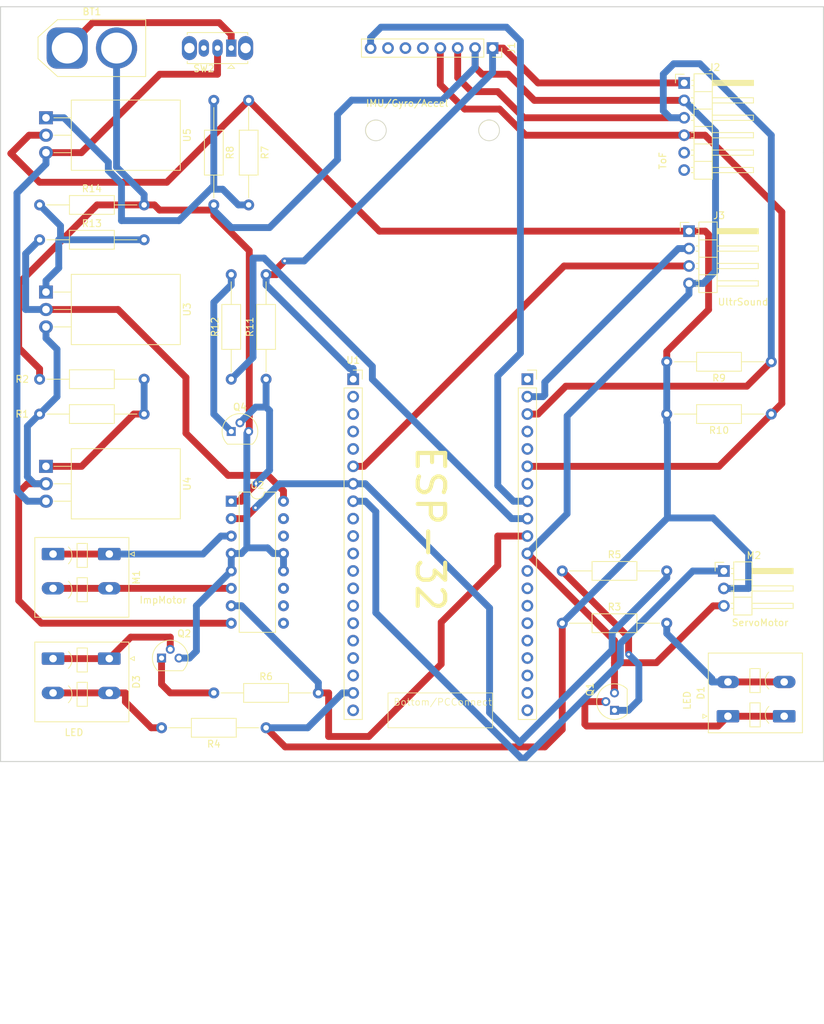
<source format=kicad_pcb>
(kicad_pcb (version 20221018) (generator pcbnew)
  (layers (0 "F.Cu" signal) (31 "B.Cu" signal) (34 "B.Paste" user) (35 "F.Paste" user) (36 "B.SilkS" user "B.Silkscreen") (37 "F.SilkS" user "F.Silkscreen") (38 "B.Mask" user) (39 "F.Mask" user) (44 "Edge.Cuts" user))
  (net 0 "")
  (net 1 "Net-(Q4-C)")
  (net 2 "Net-(U1-32)")
  (net 3 "Net-(M1-+)")
  (net 4 "GND")
  (net 5 "/MotorDrive")
  (net 6 "Net-(M1--)")
  (net 7 "Net-(U1-5)")
  (net 8 "/DriverPower")
  (net 14 "Net-(U3-ADJ)")
  (net 15 "Net-(U4-ADJ)")
  (net 16 "Net-(U5-ADJ)")
  (net 17 "/ESP Power")
  (net 18 "Net-(BT1-+)")
  (net 19 "Net-(D1-K)")
  (net 20 "Net-(D1-A)")
  (net 21 "Net-(D3-K)")
  (net 22 "Net-(D3-A)")
  (net 23 "Net-(J1-VCC)")
  (net 24 "Net-(J1-SCL)")
  (net 25 "Net-(J1-SDA)")
  (net 29 "Net-(J1-INT)")
  (net 32 "Net-(J3-Trig)")
  (net 33 "Net-(J3-Echo)")
  (net 34 "Net-(M2-PWM)")
  (net 35 "Net-(Q1-B)")
  (net 36 "Net-(Q2-B)")
  (net 37 "Net-(Q4-B)")
  (net 38 "Net-(U1-18)")
  (net 39 "Net-(SW2A-B)")
  (footprint "Resistor_THT:R_Axial_DIN0207_L6.3mm_D2.5mm_P15.24mm_Horizontal" (layer "F.Cu") (at 111.76 50.8 -90)
    (fp_text reference "R7" (at 7.62 -2.37 90) (layer "F.SilkS"))
    (fp_text value "39")
    (pad "1" thru_hole circle (at 0 0 270) (size 1.6 1.6) (drill 0.8) (layers "*.Cu" "*.Mask") (net 17 "/ESP Power"))
    (pad "2" thru_hole oval (at 15.24 0 270) (size 1.6 1.6) (drill 0.8) (layers "*.Cu" "*.Mask") (net 16 "Net-(U5-ADJ)"))
  )
  (footprint "Resistor_THT:R_Axial_DIN0207_L6.3mm_D2.5mm_P15.24mm_Horizontal" (layer "F.Cu") (at 81.28 66.04)
    (fp_text reference "R14" (at 7.62 -2.37) (layer "F.SilkS"))
    (fp_text value "510")
    (pad "1" thru_hole circle (at 0 0) (size 1.6 1.6) (drill 0.8) (layers "*.Cu" "*.Mask") (net 14 "Net-(U3-ADJ)"))
    (pad "2" thru_hole oval (at 15.24 0) (size 1.6 1.6) (drill 0.8) (layers "*.Cu" "*.Mask") (net 4 "GND"))
  )
  (footprint "Resistor_THT:R_Axial_DIN0207_L6.3mm_D2.5mm_P15.24mm_Horizontal" (layer "F.Cu") (at 157.48 127)
    (fp_text reference "R3" (at 7.62 -2.37) (layer "F.SilkS"))
    (fp_text value "220")
    (pad "1" thru_hole circle (at 0 0) (size 1.6 1.6) (drill 0.8) (layers "*.Cu" "*.Mask") (net 17 "/ESP Power"))
    (pad "2" thru_hole oval (at 15.24 0) (size 1.6 1.6) (drill 0.8) (layers "*.Cu" "*.Mask") (net 20 "Net-(D1-A)"))
  )
  (footprint "Resistor_THT:R_Axial_DIN0207_L6.3mm_D2.5mm_P15.24mm_Horizontal" (layer "F.Cu") (at 106.68 50.8 -90)
    (fp_text reference "R8" (at 7.62 -2.37 90) (layer "F.SilkS"))
    (fp_text value "120")
    (pad "1" thru_hole circle (at 0 0 270) (size 1.6 1.6) (drill 0.8) (layers "*.Cu" "*.Mask") (net 16 "Net-(U5-ADJ)"))
    (pad "2" thru_hole oval (at 15.24 0 270) (size 1.6 1.6) (drill 0.8) (layers "*.Cu" "*.Mask") (net 4 "GND"))
  )
  (footprint "Resistor_THT:R_Axial_DIN0207_L6.3mm_D2.5mm_P15.24mm_Horizontal" (layer "F.Cu") (at 157.48 119.38)
    (fp_text reference "R5" (at 7.62 -2.37) (layer "F.SilkS"))
    (fp_text value "1k")
    (pad "1" thru_hole circle (at 0 0) (size 1.6 1.6) (drill 0.8) (layers "*.Cu" "*.Mask") (net 35 "Net-(Q1-B)"))
    (pad "2" thru_hole oval (at 15.24 0) (size 1.6 1.6) (drill 0.8) (layers "*.Cu" "*.Mask") (net 2 "Net-(U1-32)"))
  )
  (footprint "Resistor_THT:R_Axial_DIN0207_L6.3mm_D2.5mm_P15.24mm_Horizontal" (layer "F.Cu") (at 81.28 96.52)
    (fp_text reference "R1" (at -2.54 0) (layer "F.SilkS"))
    (fp_text value "390")
    (pad "1" thru_hole circle (at 0 0) (size 1.6 1.6) (drill 0.8) (layers "*.Cu" "*.Mask") (net 5 "/MotorDrive"))
    (pad "2" thru_hole oval (at 15.24 0) (size 1.6 1.6) (drill 0.8) (layers "*.Cu" "*.Mask") (net 15 "Net-(U4-ADJ)"))
  )
  (footprint "Package_DIP:DIP-16_W7.62mm" (layer "F.Cu") (at 109.22 109.22)
    (fp_text reference "U2" (at 3.81 -2.33) (layer "F.SilkS"))
    (fp_text value "L293D")
    (pad "1" thru_hole rect (at 0 0) (size 1.6 1.6) (drill 0.8) (layers "*.Cu" "*.Mask") (net 1 "Net-(Q4-C)"))
    (pad "2" thru_hole oval (at 0 2.54) (size 1.6 1.6) (drill 0.8) (layers "*.Cu" "*.Mask") (net 2 "Net-(U1-32)"))
    (pad "3" thru_hole oval (at 0 5.08) (size 1.6 1.6) (drill 0.8) (layers "*.Cu" "*.Mask") (net 3 "Net-(M1-+)"))
    (pad "4" thru_hole oval (at 0 7.62) (size 1.6 1.6) (drill 0.8) (layers "*.Cu" "*.Mask") (net 4 "GND"))
    (pad "5" thru_hole oval (at 0 10.16) (size 1.6 1.6) (drill 0.8) (layers "*.Cu" "*.Mask") (net 4 "GND"))
    (pad "6" thru_hole oval (at 0 12.7) (size 1.6 1.6) (drill 0.8) (layers "*.Cu" "*.Mask") (net 6 "Net-(M1--)"))
    (pad "7" thru_hole oval (at 0 15.24) (size 1.6 1.6) (drill 0.8) (layers "*.Cu" "*.Mask") (net 7 "Net-(U1-5)"))
    (pad "8" thru_hole oval (at 0 17.78) (size 1.6 1.6) (drill 0.8) (layers "*.Cu" "*.Mask") (net 5 "/MotorDrive"))
    (pad "9" thru_hole oval (at 7.62 17.78) (size 1.6 1.6) (drill 0.8) (layers "*.Cu" "*.Mask"))
    (pad "10" thru_hole oval (at 7.62 15.24) (size 1.6 1.6) (drill 0.8) (layers "*.Cu" "*.Mask"))
    (pad "11" thru_hole oval (at 7.62 12.7) (size 1.6 1.6) (drill 0.8) (layers "*.Cu" "*.Mask"))
    (pad "12" thru_hole oval (at 7.62 10.16) (size 1.6 1.6) (drill 0.8) (layers "*.Cu" "*.Mask") (net 4 "GND"))
    (pad "13" thru_hole oval (at 7.62 7.62) (size 1.6 1.6) (drill 0.8) (layers "*.Cu" "*.Mask") (net 4 "GND"))
    (pad "14" thru_hole oval (at 7.62 5.08) (size 1.6 1.6) (drill 0.8) (layers "*.Cu" "*.Mask"))
    (pad "15" thru_hole oval (at 7.62 2.54) (size 1.6 1.6) (drill 0.8) (layers "*.Cu" "*.Mask"))
    (pad "16" thru_hole oval (at 7.62 0) (size 1.6 1.6) (drill 0.8) (layers "*.Cu" "*.Mask") (net 8 "/DriverPower"))
  )
  (footprint "Resistor_THT:R_Axial_DIN0207_L6.3mm_D2.5mm_P15.24mm_Horizontal" (layer "F.Cu") (at 187.96 96.52 180)
    (fp_text reference "R10" (at 7.62 -2.37) (layer "F.SilkS"))
    (fp_text value "4k7")
    (pad "1" thru_hole circle (at 0 0 180) (size 1.6 1.6) (drill 0.8) (layers "*.Cu" "*.Mask") (net 25 "Net-(J1-SDA)"))
    (pad "2" thru_hole oval (at 15.24 0 180) (size 1.6 1.6) (drill 0.8) (layers "*.Cu" "*.Mask") (net 17 "/ESP Power"))
  )
  (footprint "Resistor_THT:R_Axial_DIN0207_L6.3mm_D2.5mm_P15.24mm_Horizontal" (layer "F.Cu") (at 109.22 91.44 90)
    (fp_text reference "R12" (at 7.62 -2.37 90) (layer "F.SilkS"))
    (fp_text value "100k")
    (pad "1" thru_hole circle (at 0 0 90) (size 1.6 1.6) (drill 0.8) (layers "*.Cu" "*.Mask") (net 38 "Net-(U1-18)"))
    (pad "2" thru_hole oval (at 15.24 0 90) (size 1.6 1.6) (drill 0.8) (layers "*.Cu" "*.Mask") (net 37 "Net-(Q4-B)"))
  )
  (footprint "Package_TO_SOT_THT:TO-92" (layer "F.Cu") (at 109.22 99.06)
    (fp_text reference "Q4" (at 1.27 -3.56) (layer "F.SilkS"))
    (fp_text value "C945")
    (pad "1" thru_hole rect (at 0 0) (size 1.3 1.3) (drill 0.75) (layers "*.Cu" "*.Mask") (net 37 "Net-(Q4-B)"))
    (pad "2" thru_hole circle (at 1.27 -1.27) (size 1.3 1.3) (drill 0.75) (layers "*.Cu" "*.Mask") (net 1 "Net-(Q4-C)"))
    (pad "3" thru_hole circle (at 2.54 0) (size 1.3 1.3) (drill 0.75) (layers "*.Cu" "*.Mask") (net 4 "GND"))
  )
  (footprint "Package_TO_SOT_THT:TO-220-3_Horizontal_TabDown" (layer "F.Cu") (at 82.21 104.14 -90)
    (fp_text reference "U4" (at 2.54 -20.58 90) (layer "F.SilkS"))
    (fp_text value "LM350_TO220")
    (pad "" np_thru_hole oval (at 2.54 -16.66 270) (size 3.5 3.5) (drill 3.5) (layers "*.Cu" "*.Mask"))
    (pad "1" thru_hole rect (at 0 0 270) (size 1.905 2) (drill 1.1) (layers "*.Cu" "*.Mask") (net 15 "Net-(U4-ADJ)"))
    (pad "2" thru_hole oval (at 2.54 0 270) (size 1.905 2) (drill 1.1) (layers "*.Cu" "*.Mask") (net 5 "/MotorDrive"))
    (pad "3" thru_hole oval (at 5.08 0 270) (size 1.905 2) (drill 1.1) (layers "*.Cu" "*.Mask") (net 39 "Net-(SW2A-B)"))
  )
  (footprint "Connector_Phoenix_SPT:PhoenixContact_SPT_2.5_2-V-5.0-EX_1x02_P5.0mm_Vertical" (layer "F.Cu") (at 91.44 116.92 -90)
    (fp_text reference "M1" (at 3.4 -3.95 90) (layer "F.SilkS"))
    (fp_text value "Motor_DC")
    (pad "1" thru_hole roundrect (at 0 0 270) (size 1.8 3.3) (drill 1.1) (layers "*.Cu" "*.Mask") (roundrect_rratio 0.1388888889) (net 3 "Net-(M1-+)"))
    (pad "1" thru_hole roundrect (at 0 8.2 270) (size 1.8 3.3) (drill 1.1) (layers "*.Cu" "*.Mask") (roundrect_rratio 0.1388888889) (net 3 "Net-(M1-+)"))
    (pad "2" thru_hole oval (at 5 0 270) (size 1.8 3.3) (drill 1.1) (layers "*.Cu" "*.Mask") (net 6 "Net-(M1--)"))
    (pad "2" thru_hole oval (at 5 8.2 270) (size 1.8 3.3) (drill 1.1) (layers "*.Cu" "*.Mask") (net 6 "Net-(M1--)"))
  )
  (footprint "Resistor_THT:R_Axial_DIN0207_L6.3mm_D2.5mm_P15.24mm_Horizontal" (layer "F.Cu") (at 81.28 71.12)
    (fp_text reference "R13" (at 7.62 -2.37) (layer "F.SilkS"))
    (fp_text value "120")
    (pad "1" thru_hole circle (at 0 0) (size 1.6 1.6) (drill 0.8) (layers "*.Cu" "*.Mask") (net 8 "/DriverPower"))
    (pad "2" thru_hole oval (at 15.24 0) (size 1.6 1.6) (drill 0.8) (layers "*.Cu" "*.Mask") (net 14 "Net-(U3-ADJ)"))
  )
  (footprint "Connector_PinHeader_2.54mm:PinHeader_1x04_P2.54mm_Horizontal" (layer "F.Cu") (at 175.965 69.86)
    (fp_text reference "J3" (at 4.385 -2.27) (layer "F.SilkS"))
    (fp_text value "Conn_HC_SR04")
    (pad "1" thru_hole rect (at 0 0) (size 1.7 1.7) (drill 1) (layers "*.Cu" "*.Mask") (net 17 "/ESP Power"))
    (pad "2" thru_hole oval (at 0 2.54) (size 1.7 1.7) (drill 1) (layers "*.Cu" "*.Mask") (net 32 "Net-(J3-Trig)"))
    (pad "3" thru_hole oval (at 0 5.08) (size 1.7 1.7) (drill 1) (layers "*.Cu" "*.Mask") (net 33 "Net-(J3-Echo)"))
    (pad "4" thru_hole oval (at 0 7.62) (size 1.7 1.7) (drill 1) (layers "*.Cu" "*.Mask") (net 4 "GND"))
  )
  (footprint "Resistor_THT:R_Axial_DIN0207_L6.3mm_D2.5mm_P15.24mm_Horizontal" (layer "F.Cu") (at 96.52 91.44 180)
    (fp_text reference "R2" (at 17.78 0) (layer "F.SilkS"))
    (fp_text value "3k")
    (pad "1" thru_hole circle (at 0 0 180) (size 1.6 1.6) (drill 0.8) (layers "*.Cu" "*.Mask") (net 15 "Net-(U4-ADJ)"))
    (pad "2" thru_hole oval (at 15.24 0 180) (size 1.6 1.6) (drill 0.8) (layers "*.Cu" "*.Mask") (net 4 "GND"))
  )
  (footprint "Package_TO_SOT_THT:TO-220-3_Horizontal_TabDown" (layer "F.Cu") (at 82.21 78.74 -90)
    (fp_text reference "U3" (at 2.54 -20.58 90) (layer "F.SilkS"))
    (fp_text value "LM350_TO220")
    (pad "" np_thru_hole oval (at 2.54 -16.66 270) (size 3.5 3.5) (drill 3.5) (layers "*.Cu" "*.Mask"))
    (pad "1" thru_hole rect (at 0 0 270) (size 1.905 2) (drill 1.1) (layers "*.Cu" "*.Mask") (net 14 "Net-(U3-ADJ)"))
    (pad "2" thru_hole oval (at 2.54 0 270) (size 1.905 2) (drill 1.1) (layers "*.Cu" "*.Mask") (net 8 "/DriverPower"))
    (pad "3" thru_hole oval (at 5.08 0 270) (size 1.905 2) (drill 1.1) (layers "*.Cu" "*.Mask") (net 5 "/MotorDrive"))
  )
  (footprint "Package_TO_SOT_THT:TO-92" (layer "F.Cu") (at 165.1 139.7 90)
    (fp_text reference "Q1" (at 3.048 -3.56 90) (layer "F.SilkS"))
    (fp_text value "C945")
    (pad "1" thru_hole rect (at 0 0 90) (size 1.3 1.3) (drill 0.75) (layers "*.Cu" "*.Mask") (net 35 "Net-(Q1-B)"))
    (pad "2" thru_hole circle (at 1.27 -1.27 90) (size 1.3 1.3) (drill 0.75) (layers "*.Cu" "*.Mask") (net 19 "Net-(D1-K)"))
    (pad "3" thru_hole circle (at 2.54 0 90) (size 1.3 1.3) (drill 0.75) (layers "*.Cu" "*.Mask") (net 4 "GND"))
  )
  (footprint "Package_TO_SOT_THT:TO-220-3_Horizontal_TabDown" (layer "F.Cu") (at 82.21 53.34 -90)
    (fp_text reference "U5" (at 2.54 -20.58 90) (layer "F.SilkS"))
    (fp_text value "LM317_TO-220")
    (pad "" np_thru_hole oval (at 2.54 -16.66 270) (size 3.5 3.5) (drill 3.5) (layers "*.Cu" "*.Mask"))
    (pad "1" thru_hole rect (at 0 0 270) (size 1.905 2) (drill 1.1) (layers "*.Cu" "*.Mask") (net 16 "Net-(U5-ADJ)"))
    (pad "2" thru_hole oval (at 2.54 0 270) (size 1.905 2) (drill 1.1) (layers "*.Cu" "*.Mask") (net 17 "/ESP Power"))
    (pad "3" thru_hole oval (at 5.08 0 270) (size 1.905 2) (drill 1.1) (layers "*.Cu" "*.Mask") (net 39 "Net-(SW2A-B)"))
  )
  (footprint "Connector_AMASS:AMASS_XT60-M_1x02_P7.20mm_Vertical" (layer "F.Cu") (at 85.3 43.18)
    (fp_text reference "BT1" (at 3.6 -5.3 180) (layer "F.SilkS"))
    (fp_text value "Battery_Cell")
    (pad "1" thru_hole roundrect (at 0 0) (size 6 6) (drill 4.5) (layers "*.Cu" "*.Mask") (net 18 "Net-(BT1-+)"))
    (pad "2" thru_hole circle (at 7.2 0) (size 6 6) (drill 4.5) (layers "*.Cu" "*.Mask") (net 4 "GND"))
  )
  (footprint "MyESPConnector:MyESPConnector" (layer "F.Cu") (at 127 91.44)
    (fp_text reference "U1" (at 0 -2.77) (layer "F.SilkS"))
    (fp_text value "Freenove-SP32-WROVER")
    (pad "1" thru_hole oval (at 25.4 48.26) (size 1.7 1.7) (drill 1) (layers "*.Cu" "*.Mask"))
    (pad "2" thru_hole rect (at 0 0) (size 1.7 1.7) (drill 1) (layers "*.Cu" "*.Mask") (net 23 "Net-(J1-VCC)"))
    (pad "3" thru_hole oval (at 0 5.08) (size 1.7 1.7) (drill 1) (layers "*.Cu" "*.Mask"))
    (pad "4" thru_hole oval (at 0 7.62) (size 1.7 1.7) (drill 1) (layers "*.Cu" "*.Mask"))
    (pad "5" thru_hole oval (at 0 10.16) (size 1.7 1.7) (drill 1) (layers "*.Cu" "*.Mask"))
    (pad "6" thru_hole oval (at 0 12.7) (size 1.7 1.7) (drill 1) (layers "*.Cu" "*.Mask") (net 33 "Net-(J3-Echo)"))
    (pad "7" thru_hole oval (at 0 15.24) (size 1.7 1.7) (drill 1) (layers "*.Cu" "*.Mask") (net 2 "Net-(U1-32)"))
    (pad "8" thru_hole oval (at 0 17.78) (size 1.7 1.7) (drill 1) (layers "*.Cu" "*.Mask") (net 34 "Net-(M2-PWM)"))
    (pad "9" thru_hole oval (at 0 20.32) (size 1.7 1.7) (drill 1) (layers "*.Cu" "*.Mask"))
    (pad "10" thru_hole oval (at 0 22.86) (size 1.7 1.7) (drill 1) (layers "*.Cu" "*.Mask"))
    (pad "11" thru_hole oval (at 0 25.4) (size 1.7 1.7) (drill 1) (layers "*.Cu" "*.Mask"))
    (pad "12" thru_hole oval (at 0 27.94) (size 1.7 1.7) (drill 1) (layers "*.Cu" "*.Mask"))
    (pad "13" thru_hole oval (at 0 30.48) (size 1.7 1.7) (drill 1) (layers "*.Cu" "*.Mask"))
    (pad "14" thru_hole oval (at 0 33.02) (size 1.7 1.7) (drill 1) (layers "*.Cu" "*.Mask"))
    (pad "15" thru_hole oval (at 0 35.56) (size 1.7 1.7) (drill 1) (layers "*.Cu" "*.Mask"))
    (pad "16" thru_hole oval (at 0 38.1) (size 1.7 1.7) (drill 1) (layers "*.Cu" "*.Mask"))
    (pad "17" thru_hole oval (at 0 40.64) (size 1.7 1.7) (drill 1) (layers "*.Cu" "*.Mask"))
    (pad "18" thru_hole oval (at 0 43.18) (size 1.7 1.7) (drill 1) (layers "*.Cu" "*.Mask"))
    (pad "19" thru_hole oval (at 0 45.72) (size 1.7 1.7) (drill 1) (layers "*.Cu" "*.Mask") (net 17 "/ESP Power"))
    (pad "20" thru_hole oval (at 0 48.26) (size 1.7 1.7) (drill 1) (layers "*.Cu" "*.Mask"))
    (pad "21" thru_hole oval (at 25.4 45.72) (size 1.7 1.7) (drill 1) (layers "*.Cu" "*.Mask"))
    (pad "22" thru_hole oval (at 25.4 43.18) (size 1.7 1.7) (drill 1) (layers "*.Cu" "*.Mask"))
    (pad "23" thru_hole oval (at 25.4 40.64) (size 1.7 1.7) (drill 1) (layers "*.Cu" "*.Mask"))
    (pad "24" thru_hole oval (at 25.4 38.1) (size 1.7 1.7) (drill 1) (layers "*.Cu" "*.Mask"))
    (pad "25" thru_hole oval (at 25.4 35.56) (size 1.7 1.7) (drill 1) (layers "*.Cu" "*.Mask"))
    (pad "26" thru_hole oval (at 25.4 33.02) (size 1.7 1.7) (drill 1) (layers "*.Cu" "*.Mask"))
    (pad "27" thru_hole oval (at 25.4 30.48) (size 1.7 1.7) (drill 1) (layers "*.Cu" "*.Mask"))
    (pad "28" thru_hole oval (at 25.4 27.94) (size 1.7 1.7) (drill 1) (layers "*.Cu" "*.Mask"))
    (pad "29" thru_hole oval (at 25.4 25.4) (size 1.7 1.7) (drill 1) (layers "*.Cu" "*.Mask") (net 4 "GND"))
    (pad "30" thru_hole oval (at 25.4 22.86) (size 1.7 1.7) (drill 1) (layers "*.Cu" "*.Mask") (net 7 "Net-(U1-5)"))
    (pad "31" thru_hole oval (at 25.4 20.32) (size 1.7 1.7) (drill 1) (layers "*.Cu" "*.Mask") (net 38 "Net-(U1-18)"))
    (pad "32" thru_hole oval (at 25.4 17.78) (size 1.7 1.7) (drill 1) (layers "*.Cu" "*.Mask") (net 29 "Net-(J1-INT)"))
    (pad "33" thru_hole oval (at 25.4 15.24) (size 1.7 1.7) (drill 1) (layers "*.Cu" "*.Mask"))
    (pad "34" thru_hole oval (at 25.4 12.7) (size 1.7 1.7) (drill 1) (layers "*.Cu" "*.Mask") (net 25 "Net-(J1-SDA)"))
    (pad "35" thru_hole oval (at 25.4 10.16) (size 1.7 1.7) (drill 1) (layers "*.Cu" "*.Mask"))
    (pad "36" thru_hole oval (at 25.4 7.62) (size 1.7 1.7) (drill 1) (layers "*.Cu" "*.Mask"))
    (pad "37" thru_hole oval (at 25.4 5.08) (size 1.7 1.7) (drill 1) (layers "*.Cu" "*.Mask") (net 24 "Net-(J1-SCL)"))
    (pad "38" thru_hole oval (at 25.4 2.54) (size 1.7 1.7) (drill 1) (layers "*.Cu" "*.Mask") (net 32 "Net-(J3-Trig)"))
    (pad "39" thru_hole rect (at 25.4 0) (size 1.7 1.7) (drill 1) (layers "*.Cu" "*.Mask"))
    (pad "40" thru_hole oval (at 0 2.54) (size 1.7 1.7) (drill 1) (layers "*.Cu" "*.Mask"))
  )
  (footprint "Connector_Phoenix_SPT:PhoenixContact_SPT_2.5_2-V-5.0-EX_1x02_P5.0mm_Vertical" (layer "F.Cu") (at 91.44 132.16 -90)
    (fp_text reference "D3" (at 3.4 -3.95 90) (layer "F.SilkS"))
    (fp_text value "LED")
    (pad "1" thru_hole roundrect (at 0 0 270) (size 1.8 3.3) (drill 1.1) (layers "*.Cu" "*.Mask") (roundrect_rratio 0.1388888889) (net 21 "Net-(D3-K)"))
    (pad "1" thru_hole roundrect (at 0 8.2 270) (size 1.8 3.3) (drill 1.1) (layers "*.Cu" "*.Mask") (roundrect_rratio 0.1388888889) (net 21 "Net-(D3-K)"))
    (pad "2" thru_hole oval (at 5 0 270) (size 1.8 3.3) (drill 1.1) (layers "*.Cu" "*.Mask") (net 22 "Net-(D3-A)"))
    (pad "2" thru_hole oval (at 5 8.2 270) (size 1.8 3.3) (drill 1.1) (layers "*.Cu" "*.Mask") (net 22 "Net-(D3-A)"))
  )
  (footprint "Button_Switch_THT:SW_Slide_1P2T_CK_OS102011MS2Q" (layer "F.Cu") (at 109.22 43.18 180)
    (fp_text reference "SW2" (at 3.99 -2.99) (layer "F.SilkS"))
    (fp_text value "SW_DPDT_x2")
    (pad "" thru_hole oval (at -2.1 0 180) (size 2.2 3.5) (drill 1.5) (layers "*.Cu" "*.Mask"))
    (pad "" thru_hole oval (at 6.1 0 180) (size 2.2 3.5) (drill 1.5) (layers "*.Cu" "*.Mask"))
    (pad "1" thru_hole rect (at 0 0 180) (size 1.5 2.5) (drill 0.8) (layers "*.Cu" "*.Mask") (net 18 "Net-(BT1-+)"))
    (pad "2" thru_hole oval (at 2 0 180) (size 1.5 2.5) (drill 0.8) (layers "*.Cu" "*.Mask") (net 39 "Net-(SW2A-B)"))
    (pad "3" thru_hole oval (at 4 0 180) (size 1.5 2.5) (drill 0.8) (layers "*.Cu" "*.Mask"))
  )
  (footprint "Connector_PinHeader_2.54mm:PinHeader_1x03_P2.54mm_Horizontal" (layer "F.Cu") (at 181.045 119.395)
    (fp_text reference "M2" (at 4.385 -2.27) (layer "F.SilkS"))
    (fp_text value "Motor_Servo")
    (pad "1" thru_hole rect (at 0 0) (size 1.7 1.7) (drill 1) (layers "*.Cu" "*.Mask") (net 34 "Net-(M2-PWM)"))
    (pad "2" thru_hole oval (at 0 2.54) (size 1.7 1.7) (drill 1) (layers "*.Cu" "*.Mask") (net 17 "/ESP Power"))
    (pad "3" thru_hole oval (at 0 5.08) (size 1.7 1.7) (drill 1) (layers "*.Cu" "*.Mask") (net 4 "GND"))
  )
  (footprint "MyESPConnector:GY-521" (layer "F.Cu") (at 147.32 43.18 -90)
    (fp_text reference "J1" (at 0 -2.77 90) (layer "F.SilkS"))
    (fp_text value "Connector_GY_521")
    (pad "1" thru_hole rect (at 0 0 270) (size 1.7 1.7) (drill 1) (layers "*.Cu" "*.Mask") (net 23 "Net-(J1-VCC)"))
    (pad "2" thru_hole oval (at 0 2.54 270) (size 1.7 1.7) (drill 1) (layers "*.Cu" "*.Mask") (net 4 "GND"))
    (pad "3" thru_hole oval (at 0 5.08 270) (size 1.7 1.7) (drill 1) (layers "*.Cu" "*.Mask") (net 24 "Net-(J1-SCL)"))
    (pad "4" thru_hole oval (at 0 7.62 270) (size 1.7 1.7) (drill 1) (layers "*.Cu" "*.Mask") (net 25 "Net-(J1-SDA)"))
    (pad "5" thru_hole oval (at 0 10.16 270) (size 1.7 1.7) (drill 1) (layers "*.Cu" "*.Mask"))
    (pad "6" thru_hole oval (at 0 12.7 270) (size 1.7 1.7) (drill 1) (layers "*.Cu" "*.Mask"))
    (pad "7" thru_hole oval (at 0 15.24 270) (size 1.7 1.7) (drill 1) (layers "*.Cu" "*.Mask"))
    (pad "8" thru_hole oval (at 0 17.78 270) (size 1.7 1.7) (drill 1) (layers "*.Cu" "*.Mask") (net 29 "Net-(J1-INT)"))
  )
  (footprint "Resistor_THT:R_Axial_DIN0207_L6.3mm_D2.5mm_P15.24mm_Horizontal" (layer "F.Cu") (at 114.3 91.44 90)
    (fp_text reference "R11" (at 7.62 -2.37 90) (layer "F.SilkS"))
    (fp_text value "3k")
    (pad "1" thru_hole circle (at 0 0 90) (size 1.6 1.6) (drill 0.8) (layers "*.Cu" "*.Mask") (net 1 "Net-(Q4-C)"))
    (pad "2" thru_hole oval (at 15.24 0 90) (size 1.6 1.6) (drill 0.8) (layers "*.Cu" "*.Mask") (net 23 "Net-(J1-VCC)"))
  )
  (footprint "Resistor_THT:R_Axial_DIN0207_L6.3mm_D2.5mm_P15.24mm_Horizontal" (layer "F.Cu") (at 114.3 142.24 180)
    (fp_text reference "R4" (at 7.62 -2.37) (layer "F.SilkS"))
    (fp_text value "220")
    (pad "1" thru_hole circle (at 0 0 180) (size 1.6 1.6) (drill 0.8) (layers "*.Cu" "*.Mask") (net 17 "/ESP Power"))
    (pad "2" thru_hole oval (at 15.24 0 180) (size 1.6 1.6) (drill 0.8) (layers "*.Cu" "*.Mask") (net 22 "Net-(D3-A)"))
  )
  (footprint "Package_TO_SOT_THT:TO-92" (layer "F.Cu") (at 99.06 132.08)
    (fp_text reference "Q2" (at 3.302 -3.556) (layer "F.SilkS"))
    (fp_text value "C945")
    (pad "1" thru_hole rect (at 0 0) (size 1.3 1.3) (drill 0.75) (layers "*.Cu" "*.Mask") (net 36 "Net-(Q2-B)"))
    (pad "2" thru_hole circle (at 1.27 -1.27) (size 1.3 1.3) (drill 0.75) (layers "*.Cu" "*.Mask") (net 21 "Net-(D3-K)"))
    (pad "3" thru_hole circle (at 2.54 0) (size 1.3 1.3) (drill 0.75) (layers "*.Cu" "*.Mask") (net 4 "GND"))
  )
  (footprint "Resistor_THT:R_Axial_DIN0207_L6.3mm_D2.5mm_P15.24mm_Horizontal" (layer "F.Cu") (at 187.96 88.9 180)
    (fp_text reference "R9" (at 7.62 -2.37) (layer "F.SilkS"))
    (fp_text value "4k7")
    (pad "1" thru_hole circle (at 0 0 180) (size 1.6 1.6) (drill 0.8) (layers "*.Cu" "*.Mask") (net 24 "Net-(J1-SCL)"))
    (pad "2" thru_hole oval (at 15.24 0 180) (size 1.6 1.6) (drill 0.8) (layers "*.Cu" "*.Mask") (net 17 "/ESP Power"))
  )
  (footprint "Connector_Phoenix_SPT:PhoenixContact_SPT_2.5_2-V-5.0-EX_1x02_P5.0mm_Vertical" (layer "F.Cu") (at 181.6425 140.56 90)
    (fp_text reference "D1" (at 3.4 -3.95 90) (layer "F.SilkS"))
    (fp_text value "LED")
    (pad "1" thru_hole roundrect (at 0 0 90) (size 1.8 3.3) (drill 1.1) (layers "*.Cu" "*.Mask") (roundrect_rratio 0.1388888889) (net 19 "Net-(D1-K)"))
    (pad "1" thru_hole roundrect (at 0 8.2 90) (size 1.8 3.3) (drill 1.1) (layers "*.Cu" "*.Mask") (roundrect_rratio 0.1388888889) (net 19 "Net-(D1-K)"))
    (pad "2" thru_hole oval (at 5 0 90) (size 1.8 3.3) (drill 1.1) (layers "*.Cu" "*.Mask") (net 20 "Net-(D1-A)"))
    (pad "2" thru_hole oval (at 5 8.2 90) (size 1.8 3.3) (drill 1.1) (layers "*.Cu" "*.Mask") (net 20 "Net-(D1-A)"))
  )
  (footprint "Resistor_THT:R_Axial_DIN0207_L6.3mm_D2.5mm_P15.24mm_Horizontal" (layer "F.Cu") (at 106.68 137.16)
    (fp_text reference "R6" (at 7.62 -2.37) (layer "F.SilkS"))
    (fp_text value "1k")
    (pad "1" thru_hole circle (at 0 0) (size 1.6 1.6) (drill 0.8) (layers "*.Cu" "*.Mask") (net 36 "Net-(Q2-B)"))
    (pad "2" thru_hole oval (at 15.24 0) (size 1.6 1.6) (drill 0.8) (layers "*.Cu" "*.Mask") (net 7 "Net-(U1-5)"))
  )
  (footprint "Connector_PinHeader_2.54mm:PinHeader_1x06_P2.54mm_Horizontal" (layer "F.Cu") (at 175.26 48.26)
    (fp_text reference "J2" (at 4.385 -2.27) (layer "F.SilkS"))
    (fp_text value "Conn_VL53L0/1xV2")
    (pad "1" thru_hole rect (at 0 0) (size 1.7 1.7) (drill 1) (layers "*.Cu" "*.Mask") (net 23 "Net-(J1-VCC)"))
    (pad "2" thru_hole oval (at 0 2.54) (size 1.7 1.7) (drill 1) (layers "*.Cu" "*.Mask") (net 4 "GND"))
    (pad "3" thru_hole oval (at 0 5.08) (size 1.7 1.7) (drill 1) (layers "*.Cu" "*.Mask") (net 24 "Net-(J1-SCL)"))
    (pad "4" thru_hole oval (at 0 7.62) (size 1.7 1.7) (drill 1) (layers "*.Cu" "*.Mask") (net 25 "Net-(J1-SDA)"))
    (pad "5" thru_hole oval (at 0 10.16) (size 1.7 1.7) (drill 1) (layers "*.Cu" "*.Mask"))
    (pad "6" thru_hole oval (at 0 12.7) (size 1.7 1.7) (drill 1) (layers "*.Cu" "*.Mask"))
  )
  (gr_line (start 195.58 37.16) (end 75.58 37.16) (stroke (width 0.15)) (layer "Edge.Cuts"))
  (gr_line (start 195.58 58.42) (end 195.58 147.16) (stroke (width 0.15)) (layer "Edge.Cuts"))
  (gr_line (start 195.58 58.42) (end 195.58 37.16) (stroke (width 0.15)) (layer "Edge.Cuts"))
  (gr_circle (center 146.812 55.168) (end 148.336 55.168) (stroke (width 0.1)) (fill none) (layer "Edge.Cuts"))
  (gr_line (start 75.58 37.16) (end 75.58 147.16) (stroke (width 0.15)) (layer "Edge.Cuts"))
  (gr_line (start 195.58 147.16) (end 75.58 147.16) (stroke (width 0.15)) (layer "Edge.Cuts"))
  (gr_circle (center 130.302 55.168) (end 131.826 55.168) (stroke (width 0.1)) (fill none) (layer "Edge.Cuts"))
  (gr_text "LED" (at 176.276 139.7 90) (layer "F.SilkS") (effects (font (size 1 1)) (justify left bottom)))
  (gr_text "ServoMotor" (at 182.118 127.508) (layer "F.SilkS") (effects (font (size 1 1)) (justify left bottom)))
  (gr_text "ESP-32" (at 135.89 100.838 -90) (layer "F.SilkS") (effects (font (size 4 4) (thickness 0.6)) (justify left bottom)))
  (gr_text "UltrSound" (at 180.086 80.772) (layer "F.SilkS") (effects (font (size 1 1)) (justify left bottom)))
  (gr_text "IMU/Gyro/Accel" (at 128.778 51.816) (layer "F.SilkS") (effects (font (size 1 1)) (justify left bottom)))
  (gr_text "ToF" (at 172.72 60.96 90) (layer "F.SilkS") (effects (font (size 1 1)) (justify left bottom)))
  (gr_text "LED" (at 84.836 143.51) (layer "F.SilkS") (effects (font (size 1 1)) (justify left bottom)))
  (gr_text "ImpMotor" (at 95.758 124.206) (layer "F.SilkS") (effects (font (size 1 1)) (justify left bottom)))
  (segment (start 109.22 109.22) (end 110.7203 109.22) (width 1) (layer "F.Cu") (net 1))
  (segment (start 112.844 106.6555) (end 110.7203 108.7792) (width 1) (layer "F.Cu") (net 1))
  (segment (start 110.7203 108.7792) (end 110.7203 109.22) (width 1) (layer "F.Cu") (net 1))
  (via (at 112.844 106.6555) (size 0.8) (drill 0.4) (layers "F.Cu" "B.Cu") (net 1))
  (segment (start 114.808 96.012) (end 114.3 95.504) (width 1) (layer "B.Cu") (net 1))
  (segment (start 114.808 104.6915) (end 114.808 96.012) (width 1) (layer "B.Cu") (net 1))
  (segment (start 114.3 91.44) (end 114.3 95.504) (width 1) (layer "B.Cu") (net 1))
  (segment (start 112.776 95.504) (end 110.49 97.79) (width 1) (layer "B.Cu") (net 1))
  (segment (start 112.844 106.6555) (end 114.808 104.6915) (width 1) (layer "B.Cu") (net 1))
  (segment (start 114.3 95.504) (end 112.776 95.504) (width 1) (layer "B.Cu") (net 1))
  (segment (start 109.22 111.76) (end 111.1692 111.76) (width 1) (layer "F.Cu") (net 2))
  (segment (start 111.1692 111.76) (end 112.7494 110.1798) (width 1) (layer "F.Cu") (net 2))
  (via (at 112.7494 110.1798) (size 0.8) (drill 0.4) (layers "F.Cu" "B.Cu") (net 2))
  (segment (start 151.257 144.399) (end 164.7578 130.8982) (width 1) (layer "B.Cu") (net 2))
  (segment (start 127 106.68) (end 128.778 106.68) (width 1) (layer "B.Cu") (net 2))
  (segment (start 146.8851 124.7871) (end 146.8851 140.0271) (width 1) (layer "B.Cu") (net 2))
  (segment (start 172.72 120.396) (end 172.72 119.38) (width 1) (layer "B.Cu") (net 2))
  (segment (start 164.7578 128.3582) (end 172.72 120.396) (width 1) (layer "B.Cu") (net 2))
  (segment (start 164.7578 130.8982) (end 164.7578 128.3582) (width 1) (layer "B.Cu") (net 2))
  (segment (start 116.2492 106.68) (end 127 106.68) (width 1) (layer "B.Cu") (net 2))
  (segment (start 112.7494 110.1798) (end 116.2492 106.68) (width 1) (layer "B.Cu") (net 2))
  (segment (start 128.778 106.68) (end 146.8851 124.7871) (width 1) (layer "B.Cu") (net 2))
  (segment (start 146.8851 140.0271) (end 151.257 144.399) (width 1) (layer "B.Cu") (net 2))
  (segment (start 83.24 116.92) (end 91.44 116.92) (width 1) (layer "F.Cu") (net 3))
  (segment (start 105.0997 116.92) (end 107.7197 114.3) (width 1) (layer "B.Cu") (net 3))
  (segment (start 109.22 114.3) (end 107.7197 114.3) (width 1) (layer "B.Cu") (net 3))
  (segment (start 91.44 116.92) (end 105.0997 116.92) (width 1) (layer "B.Cu") (net 3))
  (segment (start 111.8459 98.9741) (end 111.76 99.06) (width 1) (layer "F.Cu") (net 4))
  (segment (start 171.2065 132.7632) (end 165.1 132.7632) (width 1) (layer "F.Cu") (net 4))
  (segment (start 81.28 89.9397) (end 81.28 91.44) (width 1) (layer "F.Cu") (net 4))
  (segment (start 106.68 67.5403) (end 111.8459 72.7062) (width 1) (layer "F.Cu") (net 4))
  (segment (start 89.662 66.04) (end 78.232 77.47) (width 1) (layer "F.Cu") (net 4))
  (segment (start 106.68 66.7901) (end 106.68 67.5403) (width 1) (layer "F.Cu") (net 4))
  (segment (start 78.232 86.8917) (end 81.28 89.9397) (width 1) (layer "F.Cu") (net 4))
  (segment (start 179.4947 124.475) (end 171.2065 132.7632) (width 1) (layer "F.Cu") (net 4))
  (segment (start 144.78 45.974) (end 144.78 43.18) (width 1) (layer "F.Cu") (net 4))
  (segment (start 165.1 129.54) (end 165.1 132.7632) (width 1) (layer "F.Cu") (net 4))
  (segment (start 96.52 66.04) (end 98.0203 66.04) (width 1) (layer "F.Cu") (net 4))
  (segment (start 149.606 46.99) (end 145.796 46.99) (width 1) (layer "F.Cu") (net 4))
  (segment (start 152.4 116.84) (end 165.1 129.54) (width 1) (layer "F.Cu") (net 4))
  (segment (start 98.7704 66.7901) (end 98.0203 66.04) (width 1) (layer "F.Cu") (net 4))
  (segment (start 153.416 50.8) (end 149.606 46.99) (width 1) (layer "F.Cu") (net 4))
  (segment (start 165.1 132.7632) (end 165.1 137.16) (width 1) (layer "F.Cu") (net 4))
  (segment (start 78.232 77.47) (end 78.232 86.8917) (width 1) (layer "F.Cu") (net 4))
  (segment (start 96.52 66.04) (end 89.662 66.04) (width 1) (layer "F.Cu") (net 4))
  (segment (start 106.68 66.04) (end 106.68 66.7901) (width 1) (layer "F.Cu") (net 4))
  (segment (start 111.8459 72.7062) (end 111.8459 98.9741) (width 1) (layer "F.Cu") (net 4))
  (segment (start 181.045 124.475) (end 179.4947 124.475) (width 1) (layer "F.Cu") (net 4))
  (segment (start 145.796 46.99) (end 144.78 45.974) (width 1) (layer "F.Cu") (net 4))
  (segment (start 175.26 50.8) (end 153.416 50.8) (width 1) (layer "F.Cu") (net 4))
  (segment (start 106.68 66.7901) (end 98.7704 66.7901) (width 1) (layer "F.Cu") (net 4))
  (segment (start 144.78 45.974) (end 139.9868 50.7672) (width 1) (layer "B.Cu") (net 4))
  (segment (start 158.1896 111.0504) (end 152.4 116.84) (width 1) (layer "B.Cu") (net 4))
  (segment (start 144.78 43.18) (end 144.78 45.974) (width 1) (layer "B.Cu") (net 4))
  (segment (start 175.965 77.48) (end 175.965 79.0303) (width 1) (layer "B.Cu") (net 4))
  (segment (start 103.124 132.08) (end 104.14 131.064) (width 1) (layer "B.Cu") (net 4))
  (segment (start 110.7203 116.84) (end 110.7203 116.7971) (width 1) (layer "B.Cu") (net 4))
  (segment (start 178.044 77.48) (end 175.965 77.48) (width 1) (layer "B.Cu") (net 4))
  (segment (start 139.9868 50.7672) (end 126.7788 50.7672) (width 1) (layer "B.Cu") (net 4))
  (segment (start 126.7788 50.7672) (end 124.714 52.832) (width 1) (layer "B.Cu") (net 4))
  (segment (start 175.965 79.0303) (end 158.1896 96.8057) (width 1) (layer "B.Cu") (net 4))
  (segment (start 109.22 116.84) (end 110.7203 116.84) (width 1) (layer "B.Cu") (net 4))
  (segment (start 111.76 99.06) (end 111.4974 99.3226) (width 1) (layer "B.Cu") (net 4))
  (segment (start 101.6 132.08) (end 103.124 132.08) (width 1) (layer "B.Cu") (net 4))
  (segment (start 179.832 55.372) (end 179.832 75.692) (width 1) (layer "B.Cu") (net 4))
  (segment (start 116.84 119.38) (end 116.84 116.84) (width 1) (layer "B.Cu") (net 4))
  (segment (start 104.14 124.46) (end 109.22 119.38) (width 1) (layer "B.Cu") (net 4))
  (segment (start 175.26 50.8) (end 179.832 55.372) (width 1) (layer "B.Cu") (net 4))
  (segment (start 92.5 60.5197) (end 92.5 43.18) (width 1) (layer "B.Cu") (net 4))
  (segment (start 109.22 69.342) (end 106.68 66.802) (width 1) (layer "B.Cu") (net 4))
  (segment (start 110.7203 116.7971) (end 111.4974 116.02) (width 1) (layer "B.Cu") (net 4))
  (segment (start 106.68 66.802) (end 106.68 66.04) (width 1) (layer "B.Cu") (net 4))
  (segment (start 124.714 52.832) (end 124.714 59.436) (width 1) (layer "B.Cu") (net 4))
  (segment (start 109.22 119.38) (end 109.22 116.84) (width 1) (layer "B.Cu") (net 4))
  (segment (start 111.4974 116.02) (end 114.5197 116.02) (width 1) (layer "B.Cu") (net 4))
  (segment (start 96.52 64.5397) (end 92.5 60.5197) (width 1) (layer "B.Cu") (net 4))
  (segment (start 96.52 66.04) (end 96.52 64.5397) (width 1) (layer "B.Cu") (net 4))
  (segment (start 104.14 131.064) (end 104.14 124.46) (width 1) (layer "B.Cu") (net 4))
  (segment (start 116.84 116.84) (end 115.3397 116.84) (width 1) (layer "B.Cu") (net 4))
  (segment (start 179.832 75.692) (end 178.044 77.48) (width 1) (layer "B.Cu") (net 4))
  (segment (start 124.714 59.436) (end 114.808 69.342) (width 1) (layer "B.Cu") (net 4))
  (segment (start 158.1896 96.8057) (end 158.1896 111.0504) (width 1) (layer "B.Cu") (net 4))
  (segment (start 114.5197 116.02) (end 115.3397 116.84) (width 1) (layer "B.Cu") (net 4))
  (segment (start 114.808 69.342) (end 109.22 69.342) (width 1) (layer "B.Cu") (net 4))
  (segment (start 111.4974 99.3226) (end 111.4974 116.02) (width 1) (layer "B.Cu") (net 4))
  (segment (start 81.534 127) (end 78.232 123.698) (width 1) (layer "F.Cu") (net 5))
  (segment (start 78.232 123.698) (end 78.232 107.95) (width 1) (layer "F.Cu") (net 5))
  (segment (start 109.22 127) (end 81.534 127) (width 1) (layer "F.Cu") (net 5))
  (segment (start 79.502 106.68) (end 82.21 106.68) (width 1) (layer "F.Cu") (net 5))
  (segment (start 78.232 107.95) (end 79.502 106.68) (width 1) (layer "F.Cu") (net 5))
  (segment (start 79.502 98.298) (end 79.502 105.664) (width 1) (layer "B.Cu") (net 5))
  (segment (start 83.82 87.0828) (end 83.82 93.98) (width 1) (layer "B.Cu") (net 5))
  (segment (start 82.21 83.82) (end 82.21 85.4728) (width 1) (layer "B.Cu") (net 5))
  (segment (start 79.502 105.664) (end 80.518 106.68) (width 1) (layer "B.Cu") (net 5))
  (segment (start 81.28 96.52) (end 79.502 98.298) (width 1) (layer "B.Cu") (net 5))
  (segment (start 80.518 106.68) (end 82.21 106.68) (width 1) (layer "B.Cu") (net 5))
  (segment (start 82.21 85.4728) (end 83.82 87.0828) (width 1) (layer "B.Cu") (net 5))
  (segment (start 83.82 93.98) (end 81.28 96.52) (width 1) (layer "B.Cu") (net 5))
  (segment (start 83.24 121.92) (end 91.44 121.92) (width 1) (layer "F.Cu") (net 6))
  (segment (start 91.44 121.92) (end 109.22 121.92) (width 1) (layer "F.Cu") (net 6))
  (segment (start 148.082 114.3) (end 152.4 114.3) (width 1) (layer "F.Cu") (net 7))
  (segment (start 123.4203 137.16) (end 123.4203 143.51) (width 1) (layer "F.Cu") (net 7))
  (segment (start 121.92 137.16) (end 123.4203 137.16) (width 1) (layer "F.Cu") (net 7))
  (segment (start 129.286 143.51) (end 139.8287 132.9673) (width 1) (layer "F.Cu") (net 7))
  (segment (start 148.082 118.618) (end 148.082 114.3) (width 1) (layer "F.Cu") (net 7))
  (segment (start 123.4203 143.51) (end 129.286 143.51) (width 1) (layer "F.Cu") (net 7))
  (segment (start 139.8287 132.9673) (end 139.8287 126.8713) (width 1) (layer "F.Cu") (net 7))
  (segment (start 139.8287 126.8713) (end 148.082 118.618) (width 1) (layer "F.Cu") (net 7))
  (segment (start 121.92 137.16) (end 121.92 135.6597) (width 1) (layer "B.Cu") (net 7))
  (segment (start 109.22 124.46) (end 110.7203 124.46) (width 1) (layer "B.Cu") (net 7))
  (segment (start 110.7203 124.46) (end 121.92 135.6597) (width 1) (layer "B.Cu") (net 7))
  (segment (start 102.616 91.186) (end 92.71 81.28) (width 1) (layer "F.Cu") (net 8))
  (segment (start 116.84 107.7197) (end 114.5755 105.4552) (width 1) (layer "F.Cu") (net 8))
  (segment (start 116.84 109.22) (end 116.84 107.7197) (width 1) (layer "F.Cu") (net 8))
  (segment (start 92.71 81.28) (end 82.21 81.28) (width 1) (layer "F.Cu") (net 8))
  (segment (start 102.616 99.314) (end 102.616 91.186) (width 1) (layer "F.Cu") (net 8))
  (segment (start 114.5755 105.4552) (end 108.7572 105.4552) (width 1) (layer "F.Cu") (net 8))
  (segment (start 108.7572 105.4552) (end 102.616 99.314) (width 1) (layer "F.Cu") (net 8))
  (segment (start 79.248 81.28) (end 79.248 73.152) (width 1) (layer "B.Cu") (net 8))
  (segment (start 79.248 73.152) (end 81.28 71.12) (width 1) (layer "B.Cu") (net 8))
  (segment (start 82.21 81.28) (end 79.248 81.28) (width 1) (layer "B.Cu") (net 8))
  (segment (start 84.328 70.866) (end 84.328 69.088) (width 1) (layer "B.Cu") (net 14))
  (segment (start 82.21 77.0872) (end 84.074 75.2232) (width 1) (layer "B.Cu") (net 14))
  (segment (start 82.21 78.74) (end 82.21 77.0872) (width 1) (layer "B.Cu") (net 14))
  (segment (start 84.328 69.088) (end 81.28 66.04) (width 1) (layer "B.Cu") (net 14))
  (segment (start 84.074 71.12) (end 96.52 71.12) (width 1) (layer "B.Cu") (net 14))
  (segment (start 84.074 75.2232) (end 84.074 71.12) (width 1) (layer "B.Cu") (net 14))
  (segment (start 84.074 71.12) (end 84.328 70.866) (width 1) (layer "B.Cu") (net 14))
  (segment (start 87.3997 104.14) (end 95.0197 96.52) (width 1) (layer "F.Cu") (net 15))
  (segment (start 96.52 96.52) (end 95.0197 96.52) (width 1) (layer "F.Cu") (net 15))
  (segment (start 82.21 104.14) (end 87.3997 104.14) (width 1) (layer "F.Cu") (net 15))
  (segment (start 96.52 91.44) (end 96.52 96.52) (width 1) (layer "B.Cu") (net 15))
  (segment (start 110.2597 66.04) (end 111.76 66.04) (width 1) (layer "B.Cu") (net 16))
  (segment (start 91.3 59.804) (end 91.3 61.016756) (width 1) (layer "B.Cu") (net 16))
  (segment (start 82.21 53.34) (end 84.836 53.34) (width 1) (layer "B.Cu") (net 16))
  (segment (start 84.836 53.34) (end 91.3 59.804) (width 1) (layer "B.Cu") (net 16))
  (segment (start 106.68 63.246) (end 106.68 50.8) (width 1) (layer "B.Cu") (net 16))
  (segment (start 106.68 63.754) (end 107.9737 63.754) (width 1) (layer "B.Cu") (net 16))
  (segment (start 101.5988 68.3272) (end 106.426 63.5) (width 1) (layer "B.Cu") (net 16))
  (segment (start 106.426 63.5) (end 106.68 63.246) (width 1) (layer "B.Cu") (net 16))
  (segment (start 106.426 63.5) (end 106.68 63.754) (width 1) (layer "B.Cu") (net 16))
  (segment (start 91.3 61.016756) (end 93.218 62.934756) (width 1) (layer "B.Cu") (net 16))
  (segment (start 93.218 62.934756) (end 93.218 68.3272) (width 1) (layer "B.Cu") (net 16))
  (segment (start 93.218 68.3272) (end 101.5988 68.3272) (width 1) (layer "B.Cu") (net 16))
  (segment (start 107.9737 63.754) (end 110.2597 66.04) (width 1) (layer "B.Cu") (net 16))
  (segment (start 172.72 87.3997) (end 172.72 88.9) (width 1) (layer "F.Cu") (net 17))
  (segment (start 157.48 127) (end 157.48 142.4881) (width 1) (layer "F.Cu") (net 17))
  (segment (start 130.82 69.86) (end 175.965 69.86) (width 1) (layer "F.Cu") (net 17))
  (segment (start 82.21 55.88) (end 79.756 55.88) (width 1) (layer "F.Cu") (net 17))
  (segment (start 99.822 62.738) (end 111.76 50.8) (width 1) (layer "F.Cu") (net 17))
  (segment (start 178.816 81.3037) (end 172.72 87.3997) (width 1) (layer "F.Cu") (net 17))
  (segment (start 81.28 62.738) (end 99.822 62.738) (width 1) (layer "F.Cu") (net 17))
  (segment (start 154.9341 145.034) (end 117.094 145.034) (width 1) (layer "F.Cu") (net 17))
  (segment (start 157.48 142.4881) (end 154.9341 145.034) (width 1) (layer "F.Cu") (net 17))
  (segment (start 79.756 55.88) (end 77.089 58.547) (width 1) (layer "F.Cu") (net 17))
  (segment (start 175.965 69.86) (end 178.318 69.86) (width 1) (layer "F.Cu") (net 17))
  (segment (start 178.318 69.86) (end 178.816 70.358) (width 1) (layer "F.Cu") (net 17))
  (segment (start 178.816 70.358) (end 178.816 81.3037) (width 1) (layer "F.Cu") (net 17))
  (segment (start 117.094 145.034) (end 114.3 142.24) (width 1) (layer "F.Cu") (net 17))
  (segment (start 111.76 50.8) (end 130.82 69.86) (width 1) (layer "F.Cu") (net 17))
  (segment (start 77.089 58.547) (end 81.28 62.738) (width 1) (layer "F.Cu") (net 17))
  (segment (start 184.658 121.935) (end 181.045 121.935) (width 1) (layer "B.Cu") (net 17))
  (segment (start 172.8187 97.7932) (end 172.8187 111.6613) (width 1) (layer "B.Cu") (net 17))
  (segment (start 172.72 96.52) (end 172.72 97.6945) (width 1) (layer "B.Cu") (net 17))
  (segment (start 127 137.16) (end 125.4497 137.16) (width 1) (layer "B.Cu") (net 17))
  (segment (start 172.72 88.9) (end 172.72 96.52) (width 1) (layer "B.Cu") (net 17))
  (segment (start 172.8187 111.6613) (end 179.4793 111.6613) (width 1) (layer "B.Cu") (net 17))
  (segment (start 172.72 97.6945) (end 172.8187 97.7932) (width 1) (layer "B.Cu") (net 17))
  (segment (start 179.4793 111.6613) (end 184.658 116.84) (width 1) (layer "B.Cu") (net 17))
  (segment (start 120.3697 142.24) (end 125.4497 137.16) (width 1) (layer "B.Cu") (net 17))
  (segment (start 114.3 142.24) (end 120.3697 142.24) (width 1) (layer "B.Cu") (net 17))
  (segment (start 172.8187 111.6613) (end 157.48 127) (width 1) (layer "B.Cu") (net 17))
  (segment (start 184.658 116.84) (end 184.658 121.935) (width 1) (layer "B.Cu") (net 17))
  (segment (start 85.3 43.18) (end 89.0054 39.4746) (width 1) (layer "F.Cu") (net 18))
  (segment (start 89.0054 39.4746) (end 107.4649 39.4746) (width 1) (layer "F.Cu") (net 18))
  (segment (start 109.22 43.18) (end 109.22 41.2297) (width 1) (layer "F.Cu") (net 18))
  (segment (start 107.4649 39.4746) (end 109.22 41.2297) (width 1) (layer "F.Cu") (net 18))
  (segment (start 163.7496 138.5104) (end 163.83 138.43) (width 1) (layer "F.Cu") (net 19))
  (segment (start 189.8425 140.56) (end 181.6425 140.56) (width 1) (layer "F.Cu") (net 19))
  (segment (start 160.782 138.684) (end 160.782 141.732) (width 1) (layer "F.Cu") (net 19))
  (segment (start 160.782 141.732) (end 161.036 141.986) (width 1) (layer "F.Cu") (net 19))
  (segment (start 161.036 141.986) (end 180.2165 141.986) (width 1) (layer "F.Cu") (net 19))
  (segment (start 163.83 138.43) (end 161.036 138.43) (width 1) (layer "F.Cu") (net 19))
  (segment (start 180.2165 141.986) (end 181.6425 140.56) (width 1) (layer "F.Cu") (net 19))
  (segment (start 161.036 138.43) (end 160.782 138.684) (width 1) (layer "F.Cu") (net 19))
  (segment (start 189.8425 135.56) (end 181.6425 135.56) (width 1) (layer "F.Cu") (net 20))
  (segment (start 179.2922 135.0725) (end 172.72 128.5003) (width 1) (layer "B.Cu") (net 20))
  (segment (start 181.6425 135.56) (end 179.2922 135.56) (width 1) (layer "B.Cu") (net 20))
  (segment (start 179.2922 135.56) (end 179.2922 135.0725) (width 1) (layer "B.Cu") (net 20))
  (segment (start 172.72 127) (end 172.72 128.5003) (width 1) (layer "B.Cu") (net 20))
  (segment (start 83.24 132.16) (end 91.44 132.16) (width 1) (layer "F.Cu") (net 21))
  (segment (start 100.33 129.032) (end 100.33 130.81) (width 1) (layer "F.Cu") (net 21))
  (segment (start 91.44 132.16) (end 94.568 129.032) (width 1) (layer "F.Cu") (net 21))
  (segment (start 94.568 129.032) (end 100.33 129.032) (width 1) (layer "F.Cu") (net 21))
  (segment (start 99.06 142.24) (end 97.5597 142.24) (width 1) (layer "F.Cu") (net 22))
  (segment (start 93.7903 137.16) (end 93.7903 138.4706) (width 1) (layer "F.Cu") (net 22))
  (segment (start 93.7903 138.4706) (end 97.5597 142.24) (width 1) (layer "F.Cu") (net 22))
  (segment (start 91.44 137.16) (end 93.7903 137.16) (width 1) (layer "F.Cu") (net 22))
  (segment (start 83.24 137.16) (end 91.44 137.16) (width 1) (layer "F.Cu") (net 22))
  (segment (start 114.3 76.2) (end 115.8003 76.2) (width 1) (layer "F.Cu") (net 23))
  (segment (start 175.26 48.26) (end 153.9503 48.26) (width 1) (layer "F.Cu") (net 23))
  (segment (start 147.32 43.18) (end 148.8703 43.18) (width 1) (layer "F.Cu") (net 23))
  (segment (start 117.0055 74.2032) (end 115.8003 75.4084) (width 1) (layer "F.Cu") (net 23))
  (segment (start 153.9503 48.26) (end 148.8703 43.18) (width 1) (layer "F.Cu") (net 23))
  (segment (start 115.8003 75.4084) (end 115.8003 76.2) (width 1) (layer "F.Cu") (net 23))
  (via (at 117.0055 74.2032) (size 0.8) (drill 0.4) (layers "F.Cu" "B.Cu") (net 23))
  (segment (start 126.4894 89.8897) (end 127 89.8897) (width 1) (layer "B.Cu") (net 23))
  (segment (start 114.3 77.7003) (end 126.4894 89.8897) (width 1) (layer "B.Cu") (net 23))
  (segment (start 127 91.44) (end 127 89.8897) (width 1) (layer "B.Cu") (net 23))
  (segment (start 114.3 76.2) (end 114.3 77.7003) (width 1) (layer "B.Cu") (net 23))
  (segment (start 147.32 46.736) (end 119.8528 74.2032) (width 1) (layer "B.Cu") (net 23))
  (segment (start 147.32 43.18) (end 147.32 46.736) (width 1) (layer "B.Cu") (net 23))
  (segment (start 119.8528 74.2032) (end 117.0055 74.2032) (width 1) (layer "B.Cu") (net 23))
  (segment (start 184.404 92.456) (end 187.96 88.9) (width 1) (layer "F.Cu") (net 24))
  (segment (start 151.892 53.34) (end 148.082 49.53) (width 1) (layer "F.Cu") (net 24))
  (segment (start 153.9503 96.52) (end 158.0143 92.456) (width 1) (layer "F.Cu") (net 24))
  (segment (start 175.26 53.34) (end 151.892 53.34) (width 1) (layer "F.Cu") (net 24))
  (segment (start 158.0143 92.456) (end 184.404 92.456) (width 1) (layer "F.Cu") (net 24))
  (segment (start 144.272 49.53) (end 142.24 47.498) (width 1) (layer "F.Cu") (net 24))
  (segment (start 148.082 49.53) (end 144.272 49.53) (width 1) (layer "F.Cu") (net 24))
  (segment (start 142.24 47.498) (end 142.24 43.18) (width 1) (layer "F.Cu") (net 24))
  (segment (start 152.4 96.52) (end 153.9503 96.52) (width 1) (layer "F.Cu") (net 24))
  (segment (start 187.96 55.88) (end 187.96 88.9) (width 1) (layer "B.Cu") (net 24))
  (segment (start 172.212 52.324) (end 172.212 46.99) (width 1) (layer "B.Cu") (net 24))
  (segment (start 173.228 53.34) (end 172.212 52.324) (width 1) (layer "B.Cu") (net 24))
  (segment (start 175.26 53.34) (end 173.228 53.34) (width 1) (layer "B.Cu") (net 24))
  (segment (start 173.736 45.466) (end 177.546 45.466) (width 1) (layer "B.Cu") (net 24))
  (segment (start 172.212 46.99) (end 173.736 45.466) (width 1) (layer "B.Cu") (net 24))
  (segment (start 177.546 45.466) (end 187.96 55.88) (width 1) (layer "B.Cu") (net 24))
  (segment (start 187.96 96.52) (end 180.34 104.14) (width 1) (layer "F.Cu") (net 25))
  (segment (start 175.26 55.88) (end 178.308 55.88) (width 1) (layer "F.Cu") (net 25))
  (segment (start 139.7 43.18) (end 139.7 48.514) (width 1) (layer "F.Cu") (net 25))
  (segment (start 143.256 52.07) (end 148.336 52.07) (width 1) (layer "F.Cu") (net 25))
  (segment (start 148.336 52.07) (end 152.146 55.88) (width 1) (layer "F.Cu") (net 25))
  (segment (start 152.146 55.88) (end 175.26 55.88) (width 1) (layer "F.Cu") (net 25))
  (segment (start 139.7 48.514) (end 143.256 52.07) (width 1) (layer "F.Cu") (net 25))
  (segment (start 189.4996 94.9804) (end 187.96 96.52) (width 1) (layer "F.Cu") (net 25))
  (segment (start 189.4996 67.0716) (end 189.4996 94.9804) (width 1) (layer "F.Cu") (net 25))
  (segment (start 178.308 55.88) (end 189.4996 67.0716) (width 1) (layer "F.Cu") (net 25))
  (segment (start 180.34 104.14) (end 152.4 104.14) (width 1) (layer "F.Cu") (net 25))
  (segment (start 148.082 90.932) (end 148.082 106.934) (width 1) (layer "B.Cu") (net 29))
  (segment (start 129.54 43.18) (end 129.54 41.656) (width 1) (layer "B.Cu") (net 29))
  (segment (start 150.368 109.22) (end 152.4 109.22) (width 1) (layer "B.Cu") (net 29))
  (segment (start 148.082 106.934) (end 150.368 109.22) (width 1) (layer "B.Cu") (net 29))
  (segment (start 151.384 87.63) (end 148.082 90.932) (width 1) (layer "B.Cu") (net 29))
  (segment (start 131.064 40.132) (end 149.352 40.132) (width 1) (layer "B.Cu") (net 29))
  (segment (start 149.352 40.132) (end 151.384 42.164) (width 1) (layer "B.Cu") (net 29))
  (segment (start 151.384 42.164) (end 151.384 87.63) (width 1) (layer "B.Cu") (net 29))
  (segment (start 129.54 41.656) (end 131.064 40.132) (width 1) (layer "B.Cu") (net 29))
  (segment (start 154.94 93.726) (end 154.686 93.98) (width 1) (layer "B.Cu") (net 32))
  (segment (start 175.965 72.4) (end 174.4147 72.4) (width 1) (layer "B.Cu") (net 32))
  (segment (start 174.4147 72.4) (end 154.94 91.8747) (width 1) (layer "B.Cu") (net 32))
  (segment (start 154.686 93.98) (end 152.4 93.98) (width 1) (layer "B.Cu") (net 32))
  (segment (start 154.94 91.8747) (end 154.94 93.726) (width 1) (layer "B.Cu") (net 32))
  (segment (start 175.965 74.94) (end 157.7503 74.94) (width 1) (layer "F.Cu") (net 33))
  (segment (start 127 104.14) (end 128.5503 104.14) (width 1) (layer "F.Cu") (net 33))
  (segment (start 157.7503 74.94) (end 128.5503 104.14) (width 1) (layer "F.Cu") (net 33))
  (segment (start 130.302 110.744) (end 128.778 109.22) (width 1) (layer "B.Cu") (net 34))
  (segment (start 165.9578 132.7462) (end 152.044 146.66) (width 1) (layer "B.Cu") (net 34))
  (segment (start 152.044 146.66) (end 151.486 146.66) (width 1) (layer "B.Cu") (net 34))
  (segment (start 181.045 119.395) (end 176.515 119.395) (width 1) (layer "B.Cu") (net 34))
  (segment (start 151.486 146.66) (end 130.302 125.476) (width 1) (layer "B.Cu") (net 34))
  (segment (start 130.302 125.476) (end 130.302 110.744) (width 1) (layer "B.Cu") (net 34))
  (segment (start 165.9578 129.9522) (end 165.9578 132.7462) (width 1) (layer "B.Cu") (net 34))
  (segment (start 176.515 119.395) (end 165.9578 129.9522) (width 1) (layer "B.Cu") (net 34))
  (segment (start 128.778 109.22) (end 127 109.22) (width 1) (layer "B.Cu") (net 34))
  (segment (start 167.1578 131.535) (end 167.1578 129.0578) (width 1) (layer "F.Cu") (net 35))
  (segment (start 167.1578 129.0578) (end 157.48 119.38) (width 1) (layer "F.Cu") (net 35))
  (via (at 167.1578 131.535) (size 0.8) (drill 0.4) (layers "F.Cu" "B.Cu") (net 35))
  (segment (start 165.1 139.7) (end 167.132 139.7) (width 1) (layer "B.Cu") (net 35))
  (segment (start 168.656 133.0332) (end 167.1578 131.535) (width 1) (layer "B.Cu") (net 35))
  (segment (start 167.132 139.7) (end 168.656 138.176) (width 1) (layer "B.Cu") (net 35))
  (segment (start 168.656 138.176) (end 168.656 133.0332) (width 1) (layer "B.Cu") (net 35))
  (segment (start 99.06 132.08) (end 99.06 135.89) (width 1) (layer "F.Cu") (net 36))
  (segment (start 99.06 135.89) (end 100.33 137.16) (width 1) (layer "F.Cu") (net 36))
  (segment (start 100.33 137.16) (end 106.68 137.16) (width 1) (layer "F.Cu") (net 36))
  (segment (start 109.22 76.2) (end 109.22 77.7003) (width 1) (layer "B.Cu") (net 37))
  (segment (start 106.68 96.52) (end 109.22 99.06) (width 1) (layer "B.Cu") (net 37))
  (segment (start 106.68 80.2403) (end 106.68 96.52) (width 1) (layer "B.Cu") (net 37))
  (segment (start 109.22 77.7003) (end 106.68 80.2403) (width 1) (layer "B.Cu") (net 37))
  (segment (start 129.794 89.572679) (end 129.794 91.44) (width 1) (layer "B.Cu") (net 38))
  (segment (start 114.006821 73.7855) (end 129.794 89.572679) (width 1) (layer "B.Cu") (net 38))
  (segment (start 109.22 91.44) (end 112.3965 88.2635) (width 1) (layer "B.Cu") (net 38))
  (segment (start 129.794 91.44) (end 150.114 111.76) (width 1) (layer "B.Cu") (net 38))
  (segment (start 150.114 111.76) (end 152.4 111.76) (width 1) (layer "B.Cu") (net 38))
  (segment (start 112.3965 88.2635) (end 112.3965 73.7855) (width 1) (layer "B.Cu") (net 38))
  (segment (start 112.3965 73.7855) (end 114.006821 73.7855) (width 1) (layer "B.Cu") (net 38))
  (segment (start 87.376 58.42) (end 82.21 58.42) (width 1) (layer "F.Cu") (net 39))
  (segment (start 107.22 46.99) (end 98.806 46.99) (width 1) (layer "F.Cu") (net 39))
  (segment (start 107.22 43.18) (end 107.22 46.99) (width 1) (layer "F.Cu") (net 39))
  (segment (start 98.806 46.99) (end 87.376 58.42) (width 1) (layer "F.Cu") (net 39))
  (segment (start 82.21 58.42) (end 82.21 60.0728) (width 1) (layer "B.Cu") (net 39))
  (segment (start 82.21 60.0728) (end 77.978 64.3048) (width 1) (layer "B.Cu") (net 39))
  (segment (start 79.502 109.22) (end 82.21 109.22) (width 1) (layer "B.Cu") (net 39))
  (segment (start 77.978 107.696) (end 79.502 109.22) (width 1) (layer "B.Cu") (net 39))
  (segment (start 77.978 64.3048) (end 77.978 107.696) (width 1) (layer "B.Cu") (net 39))
)
</source>
